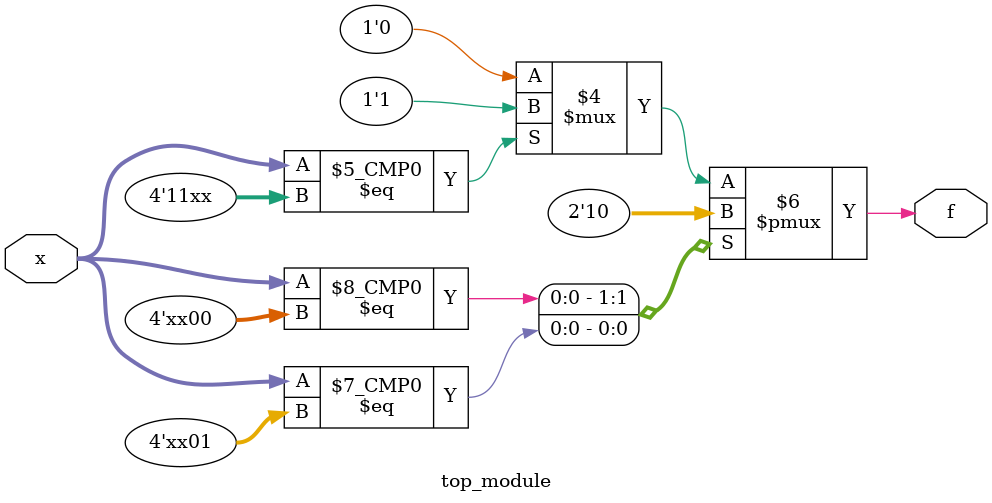
<source format=sv>
module top_module (
	input [4:1] x,
	output logic f
);
  always_comb begin
    case (x)
      4'bxx00: f = 1; // x[3:1] = don't care, x[4] = 0
      4'bxx01: f = 0; // x[3:1] = don't care, x[4] = 1
      4'b11xx: f = 1; // x[1:2] = 1, x[3:4] = don't care
      4'b10xx: f = 0; // x[1:2] = 1, x[3:4] = don't care
      default: f = 1'b0; // default case, when no other case matches
    endcase
  end
endmodule

</source>
